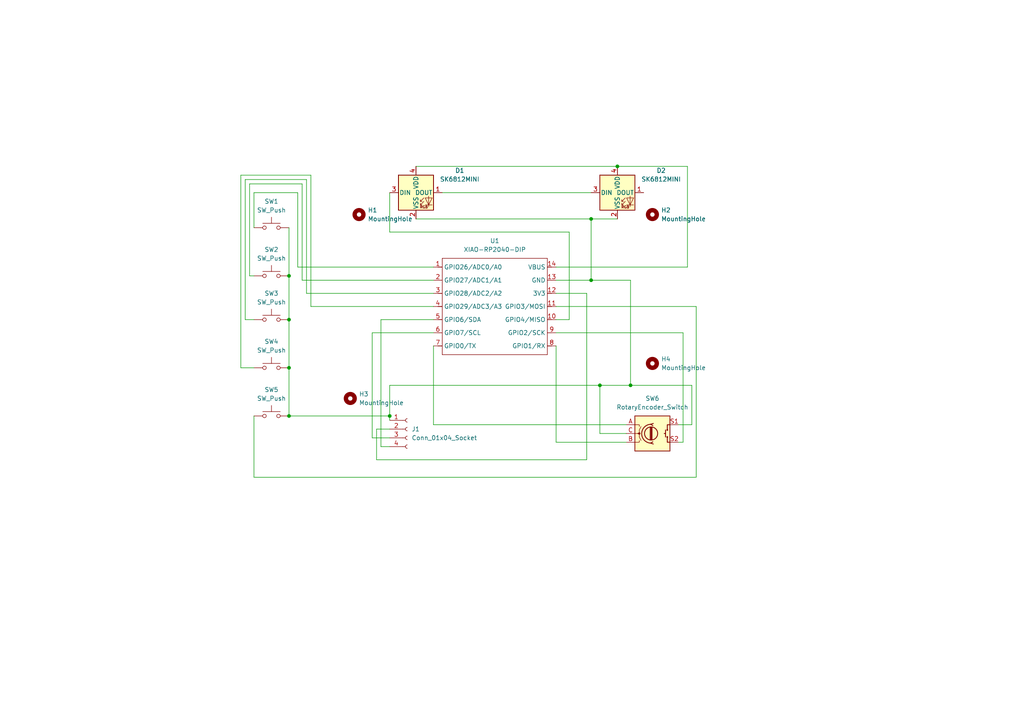
<source format=kicad_sch>
(kicad_sch
	(version 20250114)
	(generator "eeschema")
	(generator_version "9.0")
	(uuid "ce819268-fd43-4e6d-ac11-cff8ed347cee")
	(paper "A4")
	(lib_symbols
		(symbol "Connector:Conn_01x04_Socket"
			(pin_names
				(offset 1.016)
				(hide yes)
			)
			(exclude_from_sim no)
			(in_bom yes)
			(on_board yes)
			(property "Reference" "J"
				(at 0 5.08 0)
				(effects
					(font
						(size 1.27 1.27)
					)
				)
			)
			(property "Value" "Conn_01x04_Socket"
				(at 0 -7.62 0)
				(effects
					(font
						(size 1.27 1.27)
					)
				)
			)
			(property "Footprint" ""
				(at 0 0 0)
				(effects
					(font
						(size 1.27 1.27)
					)
					(hide yes)
				)
			)
			(property "Datasheet" "~"
				(at 0 0 0)
				(effects
					(font
						(size 1.27 1.27)
					)
					(hide yes)
				)
			)
			(property "Description" "Generic connector, single row, 01x04, script generated"
				(at 0 0 0)
				(effects
					(font
						(size 1.27 1.27)
					)
					(hide yes)
				)
			)
			(property "ki_locked" ""
				(at 0 0 0)
				(effects
					(font
						(size 1.27 1.27)
					)
				)
			)
			(property "ki_keywords" "connector"
				(at 0 0 0)
				(effects
					(font
						(size 1.27 1.27)
					)
					(hide yes)
				)
			)
			(property "ki_fp_filters" "Connector*:*_1x??_*"
				(at 0 0 0)
				(effects
					(font
						(size 1.27 1.27)
					)
					(hide yes)
				)
			)
			(symbol "Conn_01x04_Socket_1_1"
				(polyline
					(pts
						(xy -1.27 2.54) (xy -0.508 2.54)
					)
					(stroke
						(width 0.1524)
						(type default)
					)
					(fill
						(type none)
					)
				)
				(polyline
					(pts
						(xy -1.27 0) (xy -0.508 0)
					)
					(stroke
						(width 0.1524)
						(type default)
					)
					(fill
						(type none)
					)
				)
				(polyline
					(pts
						(xy -1.27 -2.54) (xy -0.508 -2.54)
					)
					(stroke
						(width 0.1524)
						(type default)
					)
					(fill
						(type none)
					)
				)
				(polyline
					(pts
						(xy -1.27 -5.08) (xy -0.508 -5.08)
					)
					(stroke
						(width 0.1524)
						(type default)
					)
					(fill
						(type none)
					)
				)
				(arc
					(start 0 2.032)
					(mid -0.5058 2.54)
					(end 0 3.048)
					(stroke
						(width 0.1524)
						(type default)
					)
					(fill
						(type none)
					)
				)
				(arc
					(start 0 -0.508)
					(mid -0.5058 0)
					(end 0 0.508)
					(stroke
						(width 0.1524)
						(type default)
					)
					(fill
						(type none)
					)
				)
				(arc
					(start 0 -3.048)
					(mid -0.5058 -2.54)
					(end 0 -2.032)
					(stroke
						(width 0.1524)
						(type default)
					)
					(fill
						(type none)
					)
				)
				(arc
					(start 0 -5.588)
					(mid -0.5058 -5.08)
					(end 0 -4.572)
					(stroke
						(width 0.1524)
						(type default)
					)
					(fill
						(type none)
					)
				)
				(pin passive line
					(at -5.08 2.54 0)
					(length 3.81)
					(name "Pin_1"
						(effects
							(font
								(size 1.27 1.27)
							)
						)
					)
					(number "1"
						(effects
							(font
								(size 1.27 1.27)
							)
						)
					)
				)
				(pin passive line
					(at -5.08 0 0)
					(length 3.81)
					(name "Pin_2"
						(effects
							(font
								(size 1.27 1.27)
							)
						)
					)
					(number "2"
						(effects
							(font
								(size 1.27 1.27)
							)
						)
					)
				)
				(pin passive line
					(at -5.08 -2.54 0)
					(length 3.81)
					(name "Pin_3"
						(effects
							(font
								(size 1.27 1.27)
							)
						)
					)
					(number "3"
						(effects
							(font
								(size 1.27 1.27)
							)
						)
					)
				)
				(pin passive line
					(at -5.08 -5.08 0)
					(length 3.81)
					(name "Pin_4"
						(effects
							(font
								(size 1.27 1.27)
							)
						)
					)
					(number "4"
						(effects
							(font
								(size 1.27 1.27)
							)
						)
					)
				)
			)
			(embedded_fonts no)
		)
		(symbol "Device:RotaryEncoder_Switch"
			(pin_names
				(offset 0.254)
				(hide yes)
			)
			(exclude_from_sim no)
			(in_bom yes)
			(on_board yes)
			(property "Reference" "SW"
				(at 0 6.604 0)
				(effects
					(font
						(size 1.27 1.27)
					)
				)
			)
			(property "Value" "RotaryEncoder_Switch"
				(at 0 -6.604 0)
				(effects
					(font
						(size 1.27 1.27)
					)
				)
			)
			(property "Footprint" ""
				(at -3.81 4.064 0)
				(effects
					(font
						(size 1.27 1.27)
					)
					(hide yes)
				)
			)
			(property "Datasheet" "~"
				(at 0 6.604 0)
				(effects
					(font
						(size 1.27 1.27)
					)
					(hide yes)
				)
			)
			(property "Description" "Rotary encoder, dual channel, incremental quadrate outputs, with switch"
				(at 0 0 0)
				(effects
					(font
						(size 1.27 1.27)
					)
					(hide yes)
				)
			)
			(property "ki_keywords" "rotary switch encoder switch push button"
				(at 0 0 0)
				(effects
					(font
						(size 1.27 1.27)
					)
					(hide yes)
				)
			)
			(property "ki_fp_filters" "RotaryEncoder*Switch*"
				(at 0 0 0)
				(effects
					(font
						(size 1.27 1.27)
					)
					(hide yes)
				)
			)
			(symbol "RotaryEncoder_Switch_0_1"
				(rectangle
					(start -5.08 5.08)
					(end 5.08 -5.08)
					(stroke
						(width 0.254)
						(type default)
					)
					(fill
						(type background)
					)
				)
				(polyline
					(pts
						(xy -5.08 2.54) (xy -3.81 2.54) (xy -3.81 2.032)
					)
					(stroke
						(width 0)
						(type default)
					)
					(fill
						(type none)
					)
				)
				(polyline
					(pts
						(xy -5.08 0) (xy -3.81 0) (xy -3.81 -1.016) (xy -3.302 -2.032)
					)
					(stroke
						(width 0)
						(type default)
					)
					(fill
						(type none)
					)
				)
				(polyline
					(pts
						(xy -5.08 -2.54) (xy -3.81 -2.54) (xy -3.81 -2.032)
					)
					(stroke
						(width 0)
						(type default)
					)
					(fill
						(type none)
					)
				)
				(polyline
					(pts
						(xy -4.318 0) (xy -3.81 0) (xy -3.81 1.016) (xy -3.302 2.032)
					)
					(stroke
						(width 0)
						(type default)
					)
					(fill
						(type none)
					)
				)
				(circle
					(center -3.81 0)
					(radius 0.254)
					(stroke
						(width 0)
						(type default)
					)
					(fill
						(type outline)
					)
				)
				(polyline
					(pts
						(xy -0.635 -1.778) (xy -0.635 1.778)
					)
					(stroke
						(width 0.254)
						(type default)
					)
					(fill
						(type none)
					)
				)
				(circle
					(center -0.381 0)
					(radius 1.905)
					(stroke
						(width 0.254)
						(type default)
					)
					(fill
						(type none)
					)
				)
				(polyline
					(pts
						(xy -0.381 -1.778) (xy -0.381 1.778)
					)
					(stroke
						(width 0.254)
						(type default)
					)
					(fill
						(type none)
					)
				)
				(arc
					(start -0.381 -2.794)
					(mid -3.0988 -0.0635)
					(end -0.381 2.667)
					(stroke
						(width 0.254)
						(type default)
					)
					(fill
						(type none)
					)
				)
				(polyline
					(pts
						(xy -0.127 1.778) (xy -0.127 -1.778)
					)
					(stroke
						(width 0.254)
						(type default)
					)
					(fill
						(type none)
					)
				)
				(polyline
					(pts
						(xy 0.254 2.921) (xy -0.508 2.667) (xy 0.127 2.286)
					)
					(stroke
						(width 0.254)
						(type default)
					)
					(fill
						(type none)
					)
				)
				(polyline
					(pts
						(xy 0.254 -3.048) (xy -0.508 -2.794) (xy 0.127 -2.413)
					)
					(stroke
						(width 0.254)
						(type default)
					)
					(fill
						(type none)
					)
				)
				(polyline
					(pts
						(xy 3.81 1.016) (xy 3.81 -1.016)
					)
					(stroke
						(width 0.254)
						(type default)
					)
					(fill
						(type none)
					)
				)
				(polyline
					(pts
						(xy 3.81 0) (xy 3.429 0)
					)
					(stroke
						(width 0.254)
						(type default)
					)
					(fill
						(type none)
					)
				)
				(circle
					(center 4.318 1.016)
					(radius 0.127)
					(stroke
						(width 0.254)
						(type default)
					)
					(fill
						(type none)
					)
				)
				(circle
					(center 4.318 -1.016)
					(radius 0.127)
					(stroke
						(width 0.254)
						(type default)
					)
					(fill
						(type none)
					)
				)
				(polyline
					(pts
						(xy 5.08 2.54) (xy 4.318 2.54) (xy 4.318 1.016)
					)
					(stroke
						(width 0.254)
						(type default)
					)
					(fill
						(type none)
					)
				)
				(polyline
					(pts
						(xy 5.08 -2.54) (xy 4.318 -2.54) (xy 4.318 -1.016)
					)
					(stroke
						(width 0.254)
						(type default)
					)
					(fill
						(type none)
					)
				)
			)
			(symbol "RotaryEncoder_Switch_1_1"
				(pin passive line
					(at -7.62 2.54 0)
					(length 2.54)
					(name "A"
						(effects
							(font
								(size 1.27 1.27)
							)
						)
					)
					(number "A"
						(effects
							(font
								(size 1.27 1.27)
							)
						)
					)
				)
				(pin passive line
					(at -7.62 0 0)
					(length 2.54)
					(name "C"
						(effects
							(font
								(size 1.27 1.27)
							)
						)
					)
					(number "C"
						(effects
							(font
								(size 1.27 1.27)
							)
						)
					)
				)
				(pin passive line
					(at -7.62 -2.54 0)
					(length 2.54)
					(name "B"
						(effects
							(font
								(size 1.27 1.27)
							)
						)
					)
					(number "B"
						(effects
							(font
								(size 1.27 1.27)
							)
						)
					)
				)
				(pin passive line
					(at 7.62 2.54 180)
					(length 2.54)
					(name "S1"
						(effects
							(font
								(size 1.27 1.27)
							)
						)
					)
					(number "S1"
						(effects
							(font
								(size 1.27 1.27)
							)
						)
					)
				)
				(pin passive line
					(at 7.62 -2.54 180)
					(length 2.54)
					(name "S2"
						(effects
							(font
								(size 1.27 1.27)
							)
						)
					)
					(number "S2"
						(effects
							(font
								(size 1.27 1.27)
							)
						)
					)
				)
			)
			(embedded_fonts no)
		)
		(symbol "LED:SK6812MINI"
			(pin_names
				(offset 0.254)
			)
			(exclude_from_sim no)
			(in_bom yes)
			(on_board yes)
			(property "Reference" "D"
				(at 5.08 5.715 0)
				(effects
					(font
						(size 1.27 1.27)
					)
					(justify right bottom)
				)
			)
			(property "Value" "SK6812MINI"
				(at 1.27 -5.715 0)
				(effects
					(font
						(size 1.27 1.27)
					)
					(justify left top)
				)
			)
			(property "Footprint" "LED_SMD:LED_SK6812MINI_PLCC4_3.5x3.5mm_P1.75mm"
				(at 1.27 -7.62 0)
				(effects
					(font
						(size 1.27 1.27)
					)
					(justify left top)
					(hide yes)
				)
			)
			(property "Datasheet" "https://cdn-shop.adafruit.com/product-files/2686/SK6812MINI_REV.01-1-2.pdf"
				(at 2.54 -9.525 0)
				(effects
					(font
						(size 1.27 1.27)
					)
					(justify left top)
					(hide yes)
				)
			)
			(property "Description" "RGB LED with integrated controller"
				(at 0 0 0)
				(effects
					(font
						(size 1.27 1.27)
					)
					(hide yes)
				)
			)
			(property "ki_keywords" "RGB LED NeoPixel Mini addressable"
				(at 0 0 0)
				(effects
					(font
						(size 1.27 1.27)
					)
					(hide yes)
				)
			)
			(property "ki_fp_filters" "LED*SK6812MINI*PLCC*3.5x3.5mm*P1.75mm*"
				(at 0 0 0)
				(effects
					(font
						(size 1.27 1.27)
					)
					(hide yes)
				)
			)
			(symbol "SK6812MINI_0_0"
				(text "RGB"
					(at 2.286 -4.191 0)
					(effects
						(font
							(size 0.762 0.762)
						)
					)
				)
			)
			(symbol "SK6812MINI_0_1"
				(polyline
					(pts
						(xy 1.27 -2.54) (xy 1.778 -2.54)
					)
					(stroke
						(width 0)
						(type default)
					)
					(fill
						(type none)
					)
				)
				(polyline
					(pts
						(xy 1.27 -3.556) (xy 1.778 -3.556)
					)
					(stroke
						(width 0)
						(type default)
					)
					(fill
						(type none)
					)
				)
				(polyline
					(pts
						(xy 2.286 -1.524) (xy 1.27 -2.54) (xy 1.27 -2.032)
					)
					(stroke
						(width 0)
						(type default)
					)
					(fill
						(type none)
					)
				)
				(polyline
					(pts
						(xy 2.286 -2.54) (xy 1.27 -3.556) (xy 1.27 -3.048)
					)
					(stroke
						(width 0)
						(type default)
					)
					(fill
						(type none)
					)
				)
				(polyline
					(pts
						(xy 3.683 -1.016) (xy 3.683 -3.556) (xy 3.683 -4.064)
					)
					(stroke
						(width 0)
						(type default)
					)
					(fill
						(type none)
					)
				)
				(polyline
					(pts
						(xy 4.699 -1.524) (xy 2.667 -1.524) (xy 3.683 -3.556) (xy 4.699 -1.524)
					)
					(stroke
						(width 0)
						(type default)
					)
					(fill
						(type none)
					)
				)
				(polyline
					(pts
						(xy 4.699 -3.556) (xy 2.667 -3.556)
					)
					(stroke
						(width 0)
						(type default)
					)
					(fill
						(type none)
					)
				)
				(rectangle
					(start 5.08 5.08)
					(end -5.08 -5.08)
					(stroke
						(width 0.254)
						(type default)
					)
					(fill
						(type background)
					)
				)
			)
			(symbol "SK6812MINI_1_1"
				(pin input line
					(at -7.62 0 0)
					(length 2.54)
					(name "DIN"
						(effects
							(font
								(size 1.27 1.27)
							)
						)
					)
					(number "3"
						(effects
							(font
								(size 1.27 1.27)
							)
						)
					)
				)
				(pin power_in line
					(at 0 7.62 270)
					(length 2.54)
					(name "VDD"
						(effects
							(font
								(size 1.27 1.27)
							)
						)
					)
					(number "4"
						(effects
							(font
								(size 1.27 1.27)
							)
						)
					)
				)
				(pin power_in line
					(at 0 -7.62 90)
					(length 2.54)
					(name "VSS"
						(effects
							(font
								(size 1.27 1.27)
							)
						)
					)
					(number "2"
						(effects
							(font
								(size 1.27 1.27)
							)
						)
					)
				)
				(pin output line
					(at 7.62 0 180)
					(length 2.54)
					(name "DOUT"
						(effects
							(font
								(size 1.27 1.27)
							)
						)
					)
					(number "1"
						(effects
							(font
								(size 1.27 1.27)
							)
						)
					)
				)
			)
			(embedded_fonts no)
		)
		(symbol "Mechanical:MountingHole"
			(pin_names
				(offset 1.016)
			)
			(exclude_from_sim no)
			(in_bom no)
			(on_board yes)
			(property "Reference" "H"
				(at 0 5.08 0)
				(effects
					(font
						(size 1.27 1.27)
					)
				)
			)
			(property "Value" "MountingHole"
				(at 0 3.175 0)
				(effects
					(font
						(size 1.27 1.27)
					)
				)
			)
			(property "Footprint" ""
				(at 0 0 0)
				(effects
					(font
						(size 1.27 1.27)
					)
					(hide yes)
				)
			)
			(property "Datasheet" "~"
				(at 0 0 0)
				(effects
					(font
						(size 1.27 1.27)
					)
					(hide yes)
				)
			)
			(property "Description" "Mounting Hole without connection"
				(at 0 0 0)
				(effects
					(font
						(size 1.27 1.27)
					)
					(hide yes)
				)
			)
			(property "ki_keywords" "mounting hole"
				(at 0 0 0)
				(effects
					(font
						(size 1.27 1.27)
					)
					(hide yes)
				)
			)
			(property "ki_fp_filters" "MountingHole*"
				(at 0 0 0)
				(effects
					(font
						(size 1.27 1.27)
					)
					(hide yes)
				)
			)
			(symbol "MountingHole_0_1"
				(circle
					(center 0 0)
					(radius 1.27)
					(stroke
						(width 1.27)
						(type default)
					)
					(fill
						(type none)
					)
				)
			)
			(embedded_fonts no)
		)
		(symbol "Seeed_Studio_XIAO_Series:XIAO-RP2040-DIP"
			(exclude_from_sim no)
			(in_bom yes)
			(on_board yes)
			(property "Reference" "U"
				(at 0 0 0)
				(effects
					(font
						(size 1.27 1.27)
					)
				)
			)
			(property "Value" "XIAO-RP2040-DIP"
				(at 5.334 -1.778 0)
				(effects
					(font
						(size 1.27 1.27)
					)
				)
			)
			(property "Footprint" "Module:MOUDLE14P-XIAO-DIP-SMD"
				(at 14.478 -32.258 0)
				(effects
					(font
						(size 1.27 1.27)
					)
					(hide yes)
				)
			)
			(property "Datasheet" ""
				(at 0 0 0)
				(effects
					(font
						(size 1.27 1.27)
					)
					(hide yes)
				)
			)
			(property "Description" ""
				(at 0 0 0)
				(effects
					(font
						(size 1.27 1.27)
					)
					(hide yes)
				)
			)
			(symbol "XIAO-RP2040-DIP_1_0"
				(polyline
					(pts
						(xy -1.27 -2.54) (xy 29.21 -2.54)
					)
					(stroke
						(width 0.1524)
						(type solid)
					)
					(fill
						(type none)
					)
				)
				(polyline
					(pts
						(xy -1.27 -5.08) (xy -2.54 -5.08)
					)
					(stroke
						(width 0.1524)
						(type solid)
					)
					(fill
						(type none)
					)
				)
				(polyline
					(pts
						(xy -1.27 -5.08) (xy -1.27 -2.54)
					)
					(stroke
						(width 0.1524)
						(type solid)
					)
					(fill
						(type none)
					)
				)
				(polyline
					(pts
						(xy -1.27 -8.89) (xy -2.54 -8.89)
					)
					(stroke
						(width 0.1524)
						(type solid)
					)
					(fill
						(type none)
					)
				)
				(polyline
					(pts
						(xy -1.27 -8.89) (xy -1.27 -5.08)
					)
					(stroke
						(width 0.1524)
						(type solid)
					)
					(fill
						(type none)
					)
				)
				(polyline
					(pts
						(xy -1.27 -12.7) (xy -2.54 -12.7)
					)
					(stroke
						(width 0.1524)
						(type solid)
					)
					(fill
						(type none)
					)
				)
				(polyline
					(pts
						(xy -1.27 -12.7) (xy -1.27 -8.89)
					)
					(stroke
						(width 0.1524)
						(type solid)
					)
					(fill
						(type none)
					)
				)
				(polyline
					(pts
						(xy -1.27 -16.51) (xy -2.54 -16.51)
					)
					(stroke
						(width 0.1524)
						(type solid)
					)
					(fill
						(type none)
					)
				)
				(polyline
					(pts
						(xy -1.27 -16.51) (xy -1.27 -12.7)
					)
					(stroke
						(width 0.1524)
						(type solid)
					)
					(fill
						(type none)
					)
				)
				(polyline
					(pts
						(xy -1.27 -20.32) (xy -2.54 -20.32)
					)
					(stroke
						(width 0.1524)
						(type solid)
					)
					(fill
						(type none)
					)
				)
				(polyline
					(pts
						(xy -1.27 -24.13) (xy -2.54 -24.13)
					)
					(stroke
						(width 0.1524)
						(type solid)
					)
					(fill
						(type none)
					)
				)
				(polyline
					(pts
						(xy -1.27 -27.94) (xy -2.54 -27.94)
					)
					(stroke
						(width 0.1524)
						(type solid)
					)
					(fill
						(type none)
					)
				)
				(polyline
					(pts
						(xy -1.27 -30.48) (xy -1.27 -16.51)
					)
					(stroke
						(width 0.1524)
						(type solid)
					)
					(fill
						(type none)
					)
				)
				(polyline
					(pts
						(xy 29.21 -2.54) (xy 29.21 -5.08)
					)
					(stroke
						(width 0.1524)
						(type solid)
					)
					(fill
						(type none)
					)
				)
				(polyline
					(pts
						(xy 29.21 -5.08) (xy 29.21 -8.89)
					)
					(stroke
						(width 0.1524)
						(type solid)
					)
					(fill
						(type none)
					)
				)
				(polyline
					(pts
						(xy 29.21 -8.89) (xy 29.21 -12.7)
					)
					(stroke
						(width 0.1524)
						(type solid)
					)
					(fill
						(type none)
					)
				)
				(polyline
					(pts
						(xy 29.21 -12.7) (xy 29.21 -30.48)
					)
					(stroke
						(width 0.1524)
						(type solid)
					)
					(fill
						(type none)
					)
				)
				(polyline
					(pts
						(xy 29.21 -30.48) (xy -1.27 -30.48)
					)
					(stroke
						(width 0.1524)
						(type solid)
					)
					(fill
						(type none)
					)
				)
				(polyline
					(pts
						(xy 30.48 -5.08) (xy 29.21 -5.08)
					)
					(stroke
						(width 0.1524)
						(type solid)
					)
					(fill
						(type none)
					)
				)
				(polyline
					(pts
						(xy 30.48 -8.89) (xy 29.21 -8.89)
					)
					(stroke
						(width 0.1524)
						(type solid)
					)
					(fill
						(type none)
					)
				)
				(polyline
					(pts
						(xy 30.48 -12.7) (xy 29.21 -12.7)
					)
					(stroke
						(width 0.1524)
						(type solid)
					)
					(fill
						(type none)
					)
				)
				(polyline
					(pts
						(xy 30.48 -16.51) (xy 29.21 -16.51)
					)
					(stroke
						(width 0.1524)
						(type solid)
					)
					(fill
						(type none)
					)
				)
				(polyline
					(pts
						(xy 30.48 -20.32) (xy 29.21 -20.32)
					)
					(stroke
						(width 0.1524)
						(type solid)
					)
					(fill
						(type none)
					)
				)
				(polyline
					(pts
						(xy 30.48 -24.13) (xy 29.21 -24.13)
					)
					(stroke
						(width 0.1524)
						(type solid)
					)
					(fill
						(type none)
					)
				)
				(polyline
					(pts
						(xy 30.48 -27.94) (xy 29.21 -27.94)
					)
					(stroke
						(width 0.1524)
						(type solid)
					)
					(fill
						(type none)
					)
				)
				(pin passive line
					(at -3.81 -5.08 0)
					(length 2.54)
					(name "GPIO26/ADC0/A0"
						(effects
							(font
								(size 1.27 1.27)
							)
						)
					)
					(number "1"
						(effects
							(font
								(size 1.27 1.27)
							)
						)
					)
				)
				(pin passive line
					(at -3.81 -8.89 0)
					(length 2.54)
					(name "GPIO27/ADC1/A1"
						(effects
							(font
								(size 1.27 1.27)
							)
						)
					)
					(number "2"
						(effects
							(font
								(size 1.27 1.27)
							)
						)
					)
				)
				(pin passive line
					(at -3.81 -12.7 0)
					(length 2.54)
					(name "GPIO28/ADC2/A2"
						(effects
							(font
								(size 1.27 1.27)
							)
						)
					)
					(number "3"
						(effects
							(font
								(size 1.27 1.27)
							)
						)
					)
				)
				(pin passive line
					(at -3.81 -16.51 0)
					(length 2.54)
					(name "GPIO29/ADC3/A3"
						(effects
							(font
								(size 1.27 1.27)
							)
						)
					)
					(number "4"
						(effects
							(font
								(size 1.27 1.27)
							)
						)
					)
				)
				(pin passive line
					(at -3.81 -20.32 0)
					(length 2.54)
					(name "GPIO6/SDA"
						(effects
							(font
								(size 1.27 1.27)
							)
						)
					)
					(number "5"
						(effects
							(font
								(size 1.27 1.27)
							)
						)
					)
				)
				(pin passive line
					(at -3.81 -24.13 0)
					(length 2.54)
					(name "GPIO7/SCL"
						(effects
							(font
								(size 1.27 1.27)
							)
						)
					)
					(number "6"
						(effects
							(font
								(size 1.27 1.27)
							)
						)
					)
				)
				(pin passive line
					(at -3.81 -27.94 0)
					(length 2.54)
					(name "GPIO0/TX"
						(effects
							(font
								(size 1.27 1.27)
							)
						)
					)
					(number "7"
						(effects
							(font
								(size 1.27 1.27)
							)
						)
					)
				)
				(pin passive line
					(at 31.75 -5.08 180)
					(length 2.54)
					(name "VBUS"
						(effects
							(font
								(size 1.27 1.27)
							)
						)
					)
					(number "14"
						(effects
							(font
								(size 1.27 1.27)
							)
						)
					)
				)
				(pin passive line
					(at 31.75 -8.89 180)
					(length 2.54)
					(name "GND"
						(effects
							(font
								(size 1.27 1.27)
							)
						)
					)
					(number "13"
						(effects
							(font
								(size 1.27 1.27)
							)
						)
					)
				)
				(pin passive line
					(at 31.75 -12.7 180)
					(length 2.54)
					(name "3V3"
						(effects
							(font
								(size 1.27 1.27)
							)
						)
					)
					(number "12"
						(effects
							(font
								(size 1.27 1.27)
							)
						)
					)
				)
				(pin passive line
					(at 31.75 -16.51 180)
					(length 2.54)
					(name "GPIO3/MOSI"
						(effects
							(font
								(size 1.27 1.27)
							)
						)
					)
					(number "11"
						(effects
							(font
								(size 1.27 1.27)
							)
						)
					)
				)
				(pin passive line
					(at 31.75 -20.32 180)
					(length 2.54)
					(name "GPIO4/MISO"
						(effects
							(font
								(size 1.27 1.27)
							)
						)
					)
					(number "10"
						(effects
							(font
								(size 1.27 1.27)
							)
						)
					)
				)
				(pin passive line
					(at 31.75 -24.13 180)
					(length 2.54)
					(name "GPIO2/SCK"
						(effects
							(font
								(size 1.27 1.27)
							)
						)
					)
					(number "9"
						(effects
							(font
								(size 1.27 1.27)
							)
						)
					)
				)
				(pin passive line
					(at 31.75 -27.94 180)
					(length 2.54)
					(name "GPIO1/RX"
						(effects
							(font
								(size 1.27 1.27)
							)
						)
					)
					(number "8"
						(effects
							(font
								(size 1.27 1.27)
							)
						)
					)
				)
			)
			(embedded_fonts no)
		)
		(symbol "Switch:SW_Push"
			(pin_numbers
				(hide yes)
			)
			(pin_names
				(offset 1.016)
				(hide yes)
			)
			(exclude_from_sim no)
			(in_bom yes)
			(on_board yes)
			(property "Reference" "SW"
				(at 1.27 2.54 0)
				(effects
					(font
						(size 1.27 1.27)
					)
					(justify left)
				)
			)
			(property "Value" "SW_Push"
				(at 0 -1.524 0)
				(effects
					(font
						(size 1.27 1.27)
					)
				)
			)
			(property "Footprint" ""
				(at 0 5.08 0)
				(effects
					(font
						(size 1.27 1.27)
					)
					(hide yes)
				)
			)
			(property "Datasheet" "~"
				(at 0 5.08 0)
				(effects
					(font
						(size 1.27 1.27)
					)
					(hide yes)
				)
			)
			(property "Description" "Push button switch, generic, two pins"
				(at 0 0 0)
				(effects
					(font
						(size 1.27 1.27)
					)
					(hide yes)
				)
			)
			(property "ki_keywords" "switch normally-open pushbutton push-button"
				(at 0 0 0)
				(effects
					(font
						(size 1.27 1.27)
					)
					(hide yes)
				)
			)
			(symbol "SW_Push_0_1"
				(circle
					(center -2.032 0)
					(radius 0.508)
					(stroke
						(width 0)
						(type default)
					)
					(fill
						(type none)
					)
				)
				(polyline
					(pts
						(xy 0 1.27) (xy 0 3.048)
					)
					(stroke
						(width 0)
						(type default)
					)
					(fill
						(type none)
					)
				)
				(circle
					(center 2.032 0)
					(radius 0.508)
					(stroke
						(width 0)
						(type default)
					)
					(fill
						(type none)
					)
				)
				(polyline
					(pts
						(xy 2.54 1.27) (xy -2.54 1.27)
					)
					(stroke
						(width 0)
						(type default)
					)
					(fill
						(type none)
					)
				)
				(pin passive line
					(at -5.08 0 0)
					(length 2.54)
					(name "1"
						(effects
							(font
								(size 1.27 1.27)
							)
						)
					)
					(number "1"
						(effects
							(font
								(size 1.27 1.27)
							)
						)
					)
				)
				(pin passive line
					(at 5.08 0 180)
					(length 2.54)
					(name "2"
						(effects
							(font
								(size 1.27 1.27)
							)
						)
					)
					(number "2"
						(effects
							(font
								(size 1.27 1.27)
							)
						)
					)
				)
			)
			(embedded_fonts no)
		)
	)
	(junction
		(at 83.82 92.71)
		(diameter 0)
		(color 0 0 0 0)
		(uuid "53cb42d0-a444-4e76-b9e5-7f9c575f2e36")
	)
	(junction
		(at 113.03 120.65)
		(diameter 0)
		(color 0 0 0 0)
		(uuid "62a197ac-9b42-4bdd-88b3-3fb2166366a5")
	)
	(junction
		(at 171.45 81.28)
		(diameter 0)
		(color 0 0 0 0)
		(uuid "79392404-7789-4cdc-9961-13bfa947f8fb")
	)
	(junction
		(at 179.07 48.26)
		(diameter 0)
		(color 0 0 0 0)
		(uuid "8e483342-62b0-45b3-990c-66a9f2562990")
	)
	(junction
		(at 182.88 111.76)
		(diameter 0)
		(color 0 0 0 0)
		(uuid "8ed607c9-6cc8-4a2d-b54c-9f5855b4994a")
	)
	(junction
		(at 83.82 120.65)
		(diameter 0)
		(color 0 0 0 0)
		(uuid "9dcf195c-89ae-484a-9454-f44c2279976f")
	)
	(junction
		(at 173.99 111.76)
		(diameter 0)
		(color 0 0 0 0)
		(uuid "aa39e06c-7216-4ce5-998c-b82a5a6f9f21")
	)
	(junction
		(at 171.45 63.5)
		(diameter 0)
		(color 0 0 0 0)
		(uuid "acd03af7-d406-4cdc-8abd-99136e06f569")
	)
	(junction
		(at 83.82 106.68)
		(diameter 0)
		(color 0 0 0 0)
		(uuid "c5959122-d9d9-4581-8c70-2e56734d0c5b")
	)
	(junction
		(at 83.82 80.01)
		(diameter 0)
		(color 0 0 0 0)
		(uuid "f056f074-455a-49f9-b994-b6becbdb66a3")
	)
	(wire
		(pts
			(xy 173.99 111.76) (xy 113.03 111.76)
		)
		(stroke
			(width 0)
			(type default)
		)
		(uuid "011e02ba-6fa9-4540-9855-3a5d1d0cbf74")
	)
	(wire
		(pts
			(xy 200.66 123.19) (xy 200.66 111.76)
		)
		(stroke
			(width 0)
			(type default)
		)
		(uuid "01bdb2f0-50a0-441b-8df4-d78fdc1d6906")
	)
	(wire
		(pts
			(xy 71.12 92.71) (xy 71.12 52.07)
		)
		(stroke
			(width 0)
			(type default)
		)
		(uuid "02c66486-1077-4134-9f31-5e174e782ed9")
	)
	(wire
		(pts
			(xy 72.39 80.01) (xy 72.39 53.34)
		)
		(stroke
			(width 0)
			(type default)
		)
		(uuid "0641e0b2-24d2-42cd-8e74-ca3a78787e79")
	)
	(wire
		(pts
			(xy 113.03 111.76) (xy 113.03 120.65)
		)
		(stroke
			(width 0)
			(type default)
		)
		(uuid "06ad475a-0c9f-4960-a039-5768bf5f2336")
	)
	(wire
		(pts
			(xy 113.03 127) (xy 107.95 127)
		)
		(stroke
			(width 0)
			(type default)
		)
		(uuid "06bfb91b-2e00-4668-92d3-2152d563b6b3")
	)
	(wire
		(pts
			(xy 181.61 128.27) (xy 161.29 128.27)
		)
		(stroke
			(width 0)
			(type default)
		)
		(uuid "0bbf5431-8930-47f7-87c8-9a8078fd69dc")
	)
	(wire
		(pts
			(xy 109.22 133.35) (xy 109.22 124.46)
		)
		(stroke
			(width 0)
			(type default)
		)
		(uuid "0c71a9cd-5816-4ec4-b023-74f1e385014a")
	)
	(wire
		(pts
			(xy 161.29 81.28) (xy 171.45 81.28)
		)
		(stroke
			(width 0)
			(type default)
		)
		(uuid "0efe06b9-6b2c-4ca4-b135-5bd1bd667d7a")
	)
	(wire
		(pts
			(xy 125.73 92.71) (xy 110.49 92.71)
		)
		(stroke
			(width 0)
			(type default)
		)
		(uuid "135e6c12-c791-4045-9a2d-f88c6d0a78aa")
	)
	(wire
		(pts
			(xy 200.66 111.76) (xy 182.88 111.76)
		)
		(stroke
			(width 0)
			(type default)
		)
		(uuid "19334ac3-1de5-480b-8878-ec168d199006")
	)
	(wire
		(pts
			(xy 107.95 96.52) (xy 125.73 96.52)
		)
		(stroke
			(width 0)
			(type default)
		)
		(uuid "1d0b3396-d8ca-4bc9-9045-2e7201a575ae")
	)
	(wire
		(pts
			(xy 198.12 128.27) (xy 196.85 128.27)
		)
		(stroke
			(width 0)
			(type default)
		)
		(uuid "201f496d-058e-4e54-85e3-4c3f676b599e")
	)
	(wire
		(pts
			(xy 170.18 133.35) (xy 109.22 133.35)
		)
		(stroke
			(width 0)
			(type default)
		)
		(uuid "26c6f93a-6173-463b-b779-a125b4f340b0")
	)
	(wire
		(pts
			(xy 83.82 120.65) (xy 113.03 120.65)
		)
		(stroke
			(width 0)
			(type default)
		)
		(uuid "3be2775c-d159-46e6-9a30-af61e050c9a2")
	)
	(wire
		(pts
			(xy 128.27 55.88) (xy 171.45 55.88)
		)
		(stroke
			(width 0)
			(type default)
		)
		(uuid "3be7fd95-720d-488a-991c-6c1afb01c28c")
	)
	(wire
		(pts
			(xy 73.66 92.71) (xy 71.12 92.71)
		)
		(stroke
			(width 0)
			(type default)
		)
		(uuid "40946f76-d716-414d-82e8-28a93375d67f")
	)
	(wire
		(pts
			(xy 173.99 125.73) (xy 181.61 125.73)
		)
		(stroke
			(width 0)
			(type default)
		)
		(uuid "49195d3a-2829-4ca5-b416-0c0787de0bcd")
	)
	(wire
		(pts
			(xy 201.93 138.43) (xy 201.93 88.9)
		)
		(stroke
			(width 0)
			(type default)
		)
		(uuid "4c354d5c-fe26-4baa-98a8-84a83ecd38fb")
	)
	(wire
		(pts
			(xy 196.85 123.19) (xy 200.66 123.19)
		)
		(stroke
			(width 0)
			(type default)
		)
		(uuid "4cf56e31-232b-489e-9376-278f3b68913f")
	)
	(wire
		(pts
			(xy 113.03 55.88) (xy 113.03 67.31)
		)
		(stroke
			(width 0)
			(type default)
		)
		(uuid "537afa06-74df-4e23-94d8-449f0841d0ae")
	)
	(wire
		(pts
			(xy 73.66 66.04) (xy 73.66 55.88)
		)
		(stroke
			(width 0)
			(type default)
		)
		(uuid "55ed6ae3-0152-49c4-92a6-f2211fe4f092")
	)
	(wire
		(pts
			(xy 72.39 53.34) (xy 87.63 53.34)
		)
		(stroke
			(width 0)
			(type default)
		)
		(uuid "58be1c38-a02c-400b-8f8d-22433b2993a3")
	)
	(wire
		(pts
			(xy 173.99 111.76) (xy 173.99 125.73)
		)
		(stroke
			(width 0)
			(type default)
		)
		(uuid "5bea21bc-e3eb-4634-ac9a-56c3d1e2edf1")
	)
	(wire
		(pts
			(xy 87.63 53.34) (xy 87.63 81.28)
		)
		(stroke
			(width 0)
			(type default)
		)
		(uuid "5db79ff4-4779-45af-b4fb-7105853fbdff")
	)
	(wire
		(pts
			(xy 182.88 111.76) (xy 173.99 111.76)
		)
		(stroke
			(width 0)
			(type default)
		)
		(uuid "5e654999-2fc0-412e-b980-1ec87212b3d5")
	)
	(wire
		(pts
			(xy 83.82 92.71) (xy 83.82 106.68)
		)
		(stroke
			(width 0)
			(type default)
		)
		(uuid "662ecc2b-c857-4c53-b07c-7f4cbf10c404")
	)
	(wire
		(pts
			(xy 86.36 55.88) (xy 86.36 77.47)
		)
		(stroke
			(width 0)
			(type default)
		)
		(uuid "7016f400-3efd-4743-9034-0b96b9875f6d")
	)
	(wire
		(pts
			(xy 161.29 77.47) (xy 199.39 77.47)
		)
		(stroke
			(width 0)
			(type default)
		)
		(uuid "7332363c-f2c2-4c6c-91b2-6cc22c74b1ac")
	)
	(wire
		(pts
			(xy 110.49 129.54) (xy 113.03 129.54)
		)
		(stroke
			(width 0)
			(type default)
		)
		(uuid "77e9dc56-5ce3-42b9-97c3-300d23701e8e")
	)
	(wire
		(pts
			(xy 73.66 55.88) (xy 86.36 55.88)
		)
		(stroke
			(width 0)
			(type default)
		)
		(uuid "7c029886-d4f9-41ad-901e-670e1eefa900")
	)
	(wire
		(pts
			(xy 73.66 80.01) (xy 72.39 80.01)
		)
		(stroke
			(width 0)
			(type default)
		)
		(uuid "7e9922a3-ca95-42c0-bbf3-374d29a8403d")
	)
	(wire
		(pts
			(xy 109.22 124.46) (xy 113.03 124.46)
		)
		(stroke
			(width 0)
			(type default)
		)
		(uuid "7f9fe742-6076-4619-abbe-8bd46c3888fe")
	)
	(wire
		(pts
			(xy 201.93 88.9) (xy 161.29 88.9)
		)
		(stroke
			(width 0)
			(type default)
		)
		(uuid "84bfbe71-647c-4267-a1df-4fb4e9047db5")
	)
	(wire
		(pts
			(xy 88.9 52.07) (xy 88.9 85.09)
		)
		(stroke
			(width 0)
			(type default)
		)
		(uuid "859c8331-1277-4b8d-b2e7-a5dd1ad6ad3f")
	)
	(wire
		(pts
			(xy 125.73 123.19) (xy 181.61 123.19)
		)
		(stroke
			(width 0)
			(type default)
		)
		(uuid "87da0b26-7410-4f0d-a2a5-782ab020b448")
	)
	(wire
		(pts
			(xy 199.39 77.47) (xy 199.39 48.26)
		)
		(stroke
			(width 0)
			(type default)
		)
		(uuid "8f961b64-a0d3-45a4-b9ca-5acb99c472e7")
	)
	(wire
		(pts
			(xy 161.29 85.09) (xy 170.18 85.09)
		)
		(stroke
			(width 0)
			(type default)
		)
		(uuid "8f9d8085-9bf9-4389-a541-d783d9d1f679")
	)
	(wire
		(pts
			(xy 71.12 52.07) (xy 88.9 52.07)
		)
		(stroke
			(width 0)
			(type default)
		)
		(uuid "917f4c46-29cf-4729-a43a-5ddc53dcec2f")
	)
	(wire
		(pts
			(xy 120.65 63.5) (xy 171.45 63.5)
		)
		(stroke
			(width 0)
			(type default)
		)
		(uuid "979a2fdc-01fb-4ce7-b6c4-7b033dd50f83")
	)
	(wire
		(pts
			(xy 171.45 81.28) (xy 182.88 81.28)
		)
		(stroke
			(width 0)
			(type default)
		)
		(uuid "99ccc777-d140-4d6a-8639-07e450ed6531")
	)
	(wire
		(pts
			(xy 69.85 106.68) (xy 69.85 50.8)
		)
		(stroke
			(width 0)
			(type default)
		)
		(uuid "9a5f2abb-a021-4c06-9ea7-f40f996790f4")
	)
	(wire
		(pts
			(xy 90.17 88.9) (xy 125.73 88.9)
		)
		(stroke
			(width 0)
			(type default)
		)
		(uuid "9bb618f5-d3ba-40f3-8522-5519232029d6")
	)
	(wire
		(pts
			(xy 83.82 66.04) (xy 83.82 80.01)
		)
		(stroke
			(width 0)
			(type default)
		)
		(uuid "9bfe0d92-7c3d-4d64-9c08-dfa66b9d149c")
	)
	(wire
		(pts
			(xy 90.17 50.8) (xy 90.17 88.9)
		)
		(stroke
			(width 0)
			(type default)
		)
		(uuid "9e179474-caf9-465f-8312-c569ed7d7db5")
	)
	(wire
		(pts
			(xy 182.88 81.28) (xy 182.88 111.76)
		)
		(stroke
			(width 0)
			(type default)
		)
		(uuid "a061f9ad-9073-4a16-9281-f7092bf2e56d")
	)
	(wire
		(pts
			(xy 125.73 100.33) (xy 125.73 123.19)
		)
		(stroke
			(width 0)
			(type default)
		)
		(uuid "af7dc2db-b24c-4a35-b753-2b68e9a89b47")
	)
	(wire
		(pts
			(xy 113.03 67.31) (xy 165.1 67.31)
		)
		(stroke
			(width 0)
			(type default)
		)
		(uuid "b1be52e8-43d6-4a5b-9ed0-a25d4508fc14")
	)
	(wire
		(pts
			(xy 165.1 92.71) (xy 161.29 92.71)
		)
		(stroke
			(width 0)
			(type default)
		)
		(uuid "c109563d-7c82-49ed-9c46-bcfb1808af18")
	)
	(wire
		(pts
			(xy 87.63 81.28) (xy 125.73 81.28)
		)
		(stroke
			(width 0)
			(type default)
		)
		(uuid "c22f7716-0c0e-4af9-a204-b082b316bb0b")
	)
	(wire
		(pts
			(xy 110.49 92.71) (xy 110.49 129.54)
		)
		(stroke
			(width 0)
			(type default)
		)
		(uuid "c9b73320-8fb4-4c69-be89-eaa4251a54f9")
	)
	(wire
		(pts
			(xy 161.29 96.52) (xy 198.12 96.52)
		)
		(stroke
			(width 0)
			(type default)
		)
		(uuid "cd035d53-48cd-4e14-a9b2-99b7b6952a10")
	)
	(wire
		(pts
			(xy 107.95 127) (xy 107.95 96.52)
		)
		(stroke
			(width 0)
			(type default)
		)
		(uuid "d00c4526-137e-4316-b1fd-09d283fab2bd")
	)
	(wire
		(pts
			(xy 165.1 67.31) (xy 165.1 92.71)
		)
		(stroke
			(width 0)
			(type default)
		)
		(uuid "d1cb0781-a261-455c-b1b3-75dfd4258e39")
	)
	(wire
		(pts
			(xy 120.65 48.26) (xy 179.07 48.26)
		)
		(stroke
			(width 0)
			(type default)
		)
		(uuid "d32cdcc9-2152-4903-8b2a-ba1f44a62d5c")
	)
	(wire
		(pts
			(xy 69.85 50.8) (xy 90.17 50.8)
		)
		(stroke
			(width 0)
			(type default)
		)
		(uuid "d4aa2730-25d2-4b11-8bb1-49de1f1be3fc")
	)
	(wire
		(pts
			(xy 83.82 106.68) (xy 83.82 120.65)
		)
		(stroke
			(width 0)
			(type default)
		)
		(uuid "da7032d6-63e5-4a44-9ce7-6c798e3cd33e")
	)
	(wire
		(pts
			(xy 73.66 120.65) (xy 73.66 138.43)
		)
		(stroke
			(width 0)
			(type default)
		)
		(uuid "da740754-1188-4ec7-ae3a-b5d88a019ad1")
	)
	(wire
		(pts
			(xy 88.9 85.09) (xy 125.73 85.09)
		)
		(stroke
			(width 0)
			(type default)
		)
		(uuid "da8a4d92-8196-4f87-b323-30f6e34b9924")
	)
	(wire
		(pts
			(xy 198.12 96.52) (xy 198.12 128.27)
		)
		(stroke
			(width 0)
			(type default)
		)
		(uuid "ddd569a3-610a-41ae-a43f-5a1266309aa4")
	)
	(wire
		(pts
			(xy 86.36 77.47) (xy 125.73 77.47)
		)
		(stroke
			(width 0)
			(type default)
		)
		(uuid "e11e842c-b7ed-4e0e-8cef-893e0914a669")
	)
	(wire
		(pts
			(xy 73.66 138.43) (xy 201.93 138.43)
		)
		(stroke
			(width 0)
			(type default)
		)
		(uuid "e32bce9a-6bbe-4f26-973a-0fe3f451c109")
	)
	(wire
		(pts
			(xy 113.03 120.65) (xy 113.03 121.92)
		)
		(stroke
			(width 0)
			(type default)
		)
		(uuid "e9a296f9-14e6-4138-b53e-69dbf4d908c3")
	)
	(wire
		(pts
			(xy 171.45 63.5) (xy 171.45 81.28)
		)
		(stroke
			(width 0)
			(type default)
		)
		(uuid "eb6f065c-a66f-4dc4-91df-6d73f52887a0")
	)
	(wire
		(pts
			(xy 73.66 106.68) (xy 69.85 106.68)
		)
		(stroke
			(width 0)
			(type default)
		)
		(uuid "ef55df3c-df90-4c43-8226-40ccd8b13d69")
	)
	(wire
		(pts
			(xy 171.45 63.5) (xy 179.07 63.5)
		)
		(stroke
			(width 0)
			(type default)
		)
		(uuid "f03f1e71-2a4d-4a6d-9692-5b9995f0cc9b")
	)
	(wire
		(pts
			(xy 161.29 128.27) (xy 161.29 100.33)
		)
		(stroke
			(width 0)
			(type default)
		)
		(uuid "f6b9563f-3c81-42dc-a556-b25f263fe792")
	)
	(wire
		(pts
			(xy 170.18 85.09) (xy 170.18 133.35)
		)
		(stroke
			(width 0)
			(type default)
		)
		(uuid "fb2830c8-c024-4632-aa35-2bb5895669e0")
	)
	(wire
		(pts
			(xy 83.82 80.01) (xy 83.82 92.71)
		)
		(stroke
			(width 0)
			(type default)
		)
		(uuid "fc45f6e5-1ee6-4a32-a51f-7f4c3d159bf9")
	)
	(wire
		(pts
			(xy 199.39 48.26) (xy 179.07 48.26)
		)
		(stroke
			(width 0)
			(type default)
		)
		(uuid "fca52ffb-7322-45ea-bac9-ffb1eb0028f4")
	)
	(symbol
		(lib_id "Switch:SW_Push")
		(at 78.74 120.65 0)
		(unit 1)
		(exclude_from_sim no)
		(in_bom yes)
		(on_board yes)
		(dnp no)
		(fields_autoplaced yes)
		(uuid "1aef50ef-70d9-4edf-8361-4fc550f1ec2c")
		(property "Reference" "SW5"
			(at 78.74 113.03 0)
			(effects
				(font
					(size 1.27 1.27)
				)
			)
		)
		(property "Value" "SW_Push"
			(at 78.74 115.57 0)
			(effects
				(font
					(size 1.27 1.27)
				)
			)
		)
		(property "Footprint" "Button_Switch_Keyboard:SW_Cherry_MX_1.00u_PCB"
			(at 78.74 115.57 0)
			(effects
				(font
					(size 1.27 1.27)
				)
				(hide yes)
			)
		)
		(property "Datasheet" "~"
			(at 78.74 115.57 0)
			(effects
				(font
					(size 1.27 1.27)
				)
				(hide yes)
			)
		)
		(property "Description" "Push button switch, generic, two pins"
			(at 78.74 120.65 0)
			(effects
				(font
					(size 1.27 1.27)
				)
				(hide yes)
			)
		)
		(pin "1"
			(uuid "7a7254fd-ac72-4a59-91d2-d460014e7992")
		)
		(pin "2"
			(uuid "24707a95-13b9-436e-97a5-52045fe42356")
		)
		(instances
			(project ""
				(path "/ce819268-fd43-4e6d-ac11-cff8ed347cee"
					(reference "SW5")
					(unit 1)
				)
			)
		)
	)
	(symbol
		(lib_id "Switch:SW_Push")
		(at 78.74 80.01 0)
		(unit 1)
		(exclude_from_sim no)
		(in_bom yes)
		(on_board yes)
		(dnp no)
		(fields_autoplaced yes)
		(uuid "22c9900f-6f90-4fd5-9a6c-d69418cb1474")
		(property "Reference" "SW2"
			(at 78.74 72.39 0)
			(effects
				(font
					(size 1.27 1.27)
				)
			)
		)
		(property "Value" "SW_Push"
			(at 78.74 74.93 0)
			(effects
				(font
					(size 1.27 1.27)
				)
			)
		)
		(property "Footprint" "Button_Switch_Keyboard:SW_Cherry_MX_1.00u_PCB"
			(at 78.74 74.93 0)
			(effects
				(font
					(size 1.27 1.27)
				)
				(hide yes)
			)
		)
		(property "Datasheet" "~"
			(at 78.74 74.93 0)
			(effects
				(font
					(size 1.27 1.27)
				)
				(hide yes)
			)
		)
		(property "Description" "Push button switch, generic, two pins"
			(at 78.74 80.01 0)
			(effects
				(font
					(size 1.27 1.27)
				)
				(hide yes)
			)
		)
		(pin "1"
			(uuid "7a7254fd-ac72-4a59-91d2-d460014e7993")
		)
		(pin "2"
			(uuid "24707a95-13b9-436e-97a5-52045fe42357")
		)
		(instances
			(project ""
				(path "/ce819268-fd43-4e6d-ac11-cff8ed347cee"
					(reference "SW2")
					(unit 1)
				)
			)
		)
	)
	(symbol
		(lib_id "Switch:SW_Push")
		(at 78.74 106.68 0)
		(unit 1)
		(exclude_from_sim no)
		(in_bom yes)
		(on_board yes)
		(dnp no)
		(fields_autoplaced yes)
		(uuid "377bef28-abeb-44ff-9109-1b748bbbc2b8")
		(property "Reference" "SW4"
			(at 78.74 99.06 0)
			(effects
				(font
					(size 1.27 1.27)
				)
			)
		)
		(property "Value" "SW_Push"
			(at 78.74 101.6 0)
			(effects
				(font
					(size 1.27 1.27)
				)
			)
		)
		(property "Footprint" "Button_Switch_Keyboard:SW_Cherry_MX_1.00u_PCB"
			(at 78.74 101.6 0)
			(effects
				(font
					(size 1.27 1.27)
				)
				(hide yes)
			)
		)
		(property "Datasheet" "~"
			(at 78.74 101.6 0)
			(effects
				(font
					(size 1.27 1.27)
				)
				(hide yes)
			)
		)
		(property "Description" "Push button switch, generic, two pins"
			(at 78.74 106.68 0)
			(effects
				(font
					(size 1.27 1.27)
				)
				(hide yes)
			)
		)
		(pin "1"
			(uuid "7a7254fd-ac72-4a59-91d2-d460014e7994")
		)
		(pin "2"
			(uuid "24707a95-13b9-436e-97a5-52045fe42358")
		)
		(instances
			(project ""
				(path "/ce819268-fd43-4e6d-ac11-cff8ed347cee"
					(reference "SW4")
					(unit 1)
				)
			)
		)
	)
	(symbol
		(lib_id "Mechanical:MountingHole")
		(at 189.23 62.23 0)
		(unit 1)
		(exclude_from_sim no)
		(in_bom no)
		(on_board yes)
		(dnp no)
		(fields_autoplaced yes)
		(uuid "4f5ee08d-87b8-4c06-84f3-616a31547f70")
		(property "Reference" "H2"
			(at 191.77 60.9599 0)
			(effects
				(font
					(size 1.27 1.27)
				)
				(justify left)
			)
		)
		(property "Value" "MountingHole"
			(at 191.77 63.4999 0)
			(effects
				(font
					(size 1.27 1.27)
				)
				(justify left)
			)
		)
		(property "Footprint" "MountingHole:MountingHole_3.2mm_M3"
			(at 189.23 62.23 0)
			(effects
				(font
					(size 1.27 1.27)
				)
				(hide yes)
			)
		)
		(property "Datasheet" "~"
			(at 189.23 62.23 0)
			(effects
				(font
					(size 1.27 1.27)
				)
				(hide yes)
			)
		)
		(property "Description" "Mounting Hole without connection"
			(at 189.23 62.23 0)
			(effects
				(font
					(size 1.27 1.27)
				)
				(hide yes)
			)
		)
		(instances
			(project ""
				(path "/ce819268-fd43-4e6d-ac11-cff8ed347cee"
					(reference "H2")
					(unit 1)
				)
			)
		)
	)
	(symbol
		(lib_id "Seeed_Studio_XIAO_Series:XIAO-RP2040-DIP")
		(at 129.54 72.39 0)
		(unit 1)
		(exclude_from_sim no)
		(in_bom yes)
		(on_board yes)
		(dnp no)
		(fields_autoplaced yes)
		(uuid "557ac147-3151-4f51-bb7d-fa03c4d308a1")
		(property "Reference" "U1"
			(at 143.51 69.85 0)
			(effects
				(font
					(size 1.27 1.27)
				)
			)
		)
		(property "Value" "XIAO-RP2040-DIP"
			(at 143.51 72.39 0)
			(effects
				(font
					(size 1.27 1.27)
				)
			)
		)
		(property "Footprint" "Seeed_XIAO:XIAO-RP2040-DIP"
			(at 144.018 104.648 0)
			(effects
				(font
					(size 1.27 1.27)
				)
				(hide yes)
			)
		)
		(property "Datasheet" ""
			(at 129.54 72.39 0)
			(effects
				(font
					(size 1.27 1.27)
				)
				(hide yes)
			)
		)
		(property "Description" ""
			(at 129.54 72.39 0)
			(effects
				(font
					(size 1.27 1.27)
				)
				(hide yes)
			)
		)
		(pin "2"
			(uuid "957baf91-cdaa-4eda-9576-2e8774b2bbc2")
		)
		(pin "7"
			(uuid "343ad2bf-08f7-4bd4-8d2b-e930780299dd")
		)
		(pin "11"
			(uuid "a16e89d3-99d2-4cb6-abf8-c0769f81d348")
		)
		(pin "10"
			(uuid "02bf9349-16af-4be9-9703-71ef624519a9")
		)
		(pin "1"
			(uuid "e4e9ce4c-7fd4-4f50-bf7c-a392eaa8b0e8")
		)
		(pin "14"
			(uuid "f4672f3c-ad61-4ed1-9807-964b12535472")
		)
		(pin "3"
			(uuid "e6220e08-a586-4d69-9dd2-5be7c4edefea")
		)
		(pin "5"
			(uuid "bef89338-2582-40ee-9639-5c6b06dd1a41")
		)
		(pin "6"
			(uuid "a404b11e-d482-4e84-a575-89b1fc262f7b")
		)
		(pin "4"
			(uuid "7f7aa7cd-97ff-490d-bf43-0784ed469472")
		)
		(pin "13"
			(uuid "071c16f0-f061-4c66-bde5-9fa72413089b")
		)
		(pin "12"
			(uuid "72f00040-2a50-456c-81f6-20f5ac56e2f4")
		)
		(pin "9"
			(uuid "ff19c1d2-5bd2-4a73-9cb8-bd1e65bc7e24")
		)
		(pin "8"
			(uuid "7c629d96-5ffd-4e76-a9f9-900abfcf9bb2")
		)
		(instances
			(project ""
				(path "/ce819268-fd43-4e6d-ac11-cff8ed347cee"
					(reference "U1")
					(unit 1)
				)
			)
		)
	)
	(symbol
		(lib_id "Mechanical:MountingHole")
		(at 104.14 62.23 0)
		(unit 1)
		(exclude_from_sim no)
		(in_bom no)
		(on_board yes)
		(dnp no)
		(fields_autoplaced yes)
		(uuid "588b4517-511a-44e3-887c-425a0387d9c0")
		(property "Reference" "H1"
			(at 106.68 60.9599 0)
			(effects
				(font
					(size 1.27 1.27)
				)
				(justify left)
			)
		)
		(property "Value" "MountingHole"
			(at 106.68 63.4999 0)
			(effects
				(font
					(size 1.27 1.27)
				)
				(justify left)
			)
		)
		(property "Footprint" "MountingHole:MountingHole_3.2mm_M3"
			(at 104.14 62.23 0)
			(effects
				(font
					(size 1.27 1.27)
				)
				(hide yes)
			)
		)
		(property "Datasheet" "~"
			(at 104.14 62.23 0)
			(effects
				(font
					(size 1.27 1.27)
				)
				(hide yes)
			)
		)
		(property "Description" "Mounting Hole without connection"
			(at 104.14 62.23 0)
			(effects
				(font
					(size 1.27 1.27)
				)
				(hide yes)
			)
		)
		(instances
			(project ""
				(path "/ce819268-fd43-4e6d-ac11-cff8ed347cee"
					(reference "H1")
					(unit 1)
				)
			)
		)
	)
	(symbol
		(lib_id "LED:SK6812MINI")
		(at 179.07 55.88 0)
		(unit 1)
		(exclude_from_sim no)
		(in_bom yes)
		(on_board yes)
		(dnp no)
		(fields_autoplaced yes)
		(uuid "61ea87c7-58f6-4a45-b600-4725622d1663")
		(property "Reference" "D2"
			(at 191.77 49.4598 0)
			(effects
				(font
					(size 1.27 1.27)
				)
			)
		)
		(property "Value" "SK6812MINI"
			(at 191.77 51.9998 0)
			(effects
				(font
					(size 1.27 1.27)
				)
			)
		)
		(property "Footprint" "LED_SMD:LED_SK6812MINI_PLCC4_3.5x3.5mm_P1.75mm"
			(at 180.34 63.5 0)
			(effects
				(font
					(size 1.27 1.27)
				)
				(justify left top)
				(hide yes)
			)
		)
		(property "Datasheet" "https://cdn-shop.adafruit.com/product-files/2686/SK6812MINI_REV.01-1-2.pdf"
			(at 181.61 65.405 0)
			(effects
				(font
					(size 1.27 1.27)
				)
				(justify left top)
				(hide yes)
			)
		)
		(property "Description" "RGB LED with integrated controller"
			(at 179.07 55.88 0)
			(effects
				(font
					(size 1.27 1.27)
				)
				(hide yes)
			)
		)
		(pin "2"
			(uuid "ec3275f8-ec6c-4af1-9a36-fab833a530c6")
		)
		(pin "3"
			(uuid "6169e119-bfc4-495f-b066-802842fe8032")
		)
		(pin "4"
			(uuid "04988298-b7eb-4e65-a63c-b551e8878876")
		)
		(pin "1"
			(uuid "8730f172-b60c-4796-9e17-2069bc86fcd7")
		)
		(instances
			(project ""
				(path "/ce819268-fd43-4e6d-ac11-cff8ed347cee"
					(reference "D2")
					(unit 1)
				)
			)
		)
	)
	(symbol
		(lib_id "Switch:SW_Push")
		(at 78.74 92.71 0)
		(unit 1)
		(exclude_from_sim no)
		(in_bom yes)
		(on_board yes)
		(dnp no)
		(fields_autoplaced yes)
		(uuid "a3adc718-34f2-482c-a104-e2e713b4098b")
		(property "Reference" "SW3"
			(at 78.74 85.09 0)
			(effects
				(font
					(size 1.27 1.27)
				)
			)
		)
		(property "Value" "SW_Push"
			(at 78.74 87.63 0)
			(effects
				(font
					(size 1.27 1.27)
				)
			)
		)
		(property "Footprint" "Button_Switch_Keyboard:SW_Cherry_MX_1.00u_PCB"
			(at 78.74 87.63 0)
			(effects
				(font
					(size 1.27 1.27)
				)
				(hide yes)
			)
		)
		(property "Datasheet" "~"
			(at 78.74 87.63 0)
			(effects
				(font
					(size 1.27 1.27)
				)
				(hide yes)
			)
		)
		(property "Description" "Push button switch, generic, two pins"
			(at 78.74 92.71 0)
			(effects
				(font
					(size 1.27 1.27)
				)
				(hide yes)
			)
		)
		(pin "1"
			(uuid "7a7254fd-ac72-4a59-91d2-d460014e7995")
		)
		(pin "2"
			(uuid "24707a95-13b9-436e-97a5-52045fe42359")
		)
		(instances
			(project ""
				(path "/ce819268-fd43-4e6d-ac11-cff8ed347cee"
					(reference "SW3")
					(unit 1)
				)
			)
		)
	)
	(symbol
		(lib_id "Mechanical:MountingHole")
		(at 101.6 115.57 0)
		(unit 1)
		(exclude_from_sim no)
		(in_bom no)
		(on_board yes)
		(dnp no)
		(fields_autoplaced yes)
		(uuid "a3c44c5b-149f-4a9e-9c7f-5788c62c1d41")
		(property "Reference" "H3"
			(at 104.14 114.2999 0)
			(effects
				(font
					(size 1.27 1.27)
				)
				(justify left)
			)
		)
		(property "Value" "MountingHole"
			(at 104.14 116.8399 0)
			(effects
				(font
					(size 1.27 1.27)
				)
				(justify left)
			)
		)
		(property "Footprint" "MountingHole:MountingHole_3.2mm_M3"
			(at 101.6 115.57 0)
			(effects
				(font
					(size 1.27 1.27)
				)
				(hide yes)
			)
		)
		(property "Datasheet" "~"
			(at 101.6 115.57 0)
			(effects
				(font
					(size 1.27 1.27)
				)
				(hide yes)
			)
		)
		(property "Description" "Mounting Hole without connection"
			(at 101.6 115.57 0)
			(effects
				(font
					(size 1.27 1.27)
				)
				(hide yes)
			)
		)
		(instances
			(project ""
				(path "/ce819268-fd43-4e6d-ac11-cff8ed347cee"
					(reference "H3")
					(unit 1)
				)
			)
		)
	)
	(symbol
		(lib_id "Connector:Conn_01x04_Socket")
		(at 118.11 124.46 0)
		(unit 1)
		(exclude_from_sim no)
		(in_bom yes)
		(on_board yes)
		(dnp no)
		(fields_autoplaced yes)
		(uuid "afc0d9ce-92c2-464c-92dd-1a14d1aeaf67")
		(property "Reference" "J1"
			(at 119.38 124.4599 0)
			(effects
				(font
					(size 1.27 1.27)
				)
				(justify left)
			)
		)
		(property "Value" "Conn_01x04_Socket"
			(at 119.38 126.9999 0)
			(effects
				(font
					(size 1.27 1.27)
				)
				(justify left)
			)
		)
		(property "Footprint" "Connector_PinHeader_2.54mm:PinHeader_1x04_P2.54mm_Vertical"
			(at 118.11 124.46 0)
			(effects
				(font
					(size 1.27 1.27)
				)
				(hide yes)
			)
		)
		(property "Datasheet" "~"
			(at 118.11 124.46 0)
			(effects
				(font
					(size 1.27 1.27)
				)
				(hide yes)
			)
		)
		(property "Description" "Generic connector, single row, 01x04, script generated"
			(at 118.11 124.46 0)
			(effects
				(font
					(size 1.27 1.27)
				)
				(hide yes)
			)
		)
		(pin "1"
			(uuid "e84a344f-5702-445f-a1bd-5e4f142c4283")
		)
		(pin "2"
			(uuid "ab1d0ba4-7c95-48b6-b42b-c615f6670453")
		)
		(pin "3"
			(uuid "84a8602a-1b00-4d07-bd72-108f55a56465")
		)
		(pin "4"
			(uuid "707ebe1b-1e3d-4da8-a66a-4d0880a2a27b")
		)
		(instances
			(project ""
				(path "/ce819268-fd43-4e6d-ac11-cff8ed347cee"
					(reference "J1")
					(unit 1)
				)
			)
		)
	)
	(symbol
		(lib_id "Device:RotaryEncoder_Switch")
		(at 189.23 125.73 0)
		(unit 1)
		(exclude_from_sim no)
		(in_bom yes)
		(on_board yes)
		(dnp no)
		(fields_autoplaced yes)
		(uuid "b6f2a274-1993-4995-96d0-ecc44537a9cf")
		(property "Reference" "SW6"
			(at 189.23 115.57 0)
			(effects
				(font
					(size 1.27 1.27)
				)
			)
		)
		(property "Value" "RotaryEncoder_Switch"
			(at 189.23 118.11 0)
			(effects
				(font
					(size 1.27 1.27)
				)
			)
		)
		(property "Footprint" "Rotary_Encoder:RotaryEncoder_Alps_EC11E-Switch_Vertical_H20mm_MountingHoles"
			(at 185.42 121.666 0)
			(effects
				(font
					(size 1.27 1.27)
				)
				(hide yes)
			)
		)
		(property "Datasheet" "~"
			(at 189.23 119.126 0)
			(effects
				(font
					(size 1.27 1.27)
				)
				(hide yes)
			)
		)
		(property "Description" "Rotary encoder, dual channel, incremental quadrate outputs, with switch"
			(at 189.23 125.73 0)
			(effects
				(font
					(size 1.27 1.27)
				)
				(hide yes)
			)
		)
		(pin "B"
			(uuid "3d32b356-3244-4b21-843f-084e6d84af31")
		)
		(pin "A"
			(uuid "ce43fb35-93f1-415a-a712-ee02fb2b7d95")
		)
		(pin "S2"
			(uuid "4ffd6988-0f27-40e3-b3dd-0a2d5a62f406")
		)
		(pin "S1"
			(uuid "d195396c-10a7-4f21-8687-27a576f0387d")
		)
		(pin "C"
			(uuid "fe620a94-26aa-4ef1-bb16-aad7ba148288")
		)
		(instances
			(project ""
				(path "/ce819268-fd43-4e6d-ac11-cff8ed347cee"
					(reference "SW6")
					(unit 1)
				)
			)
		)
	)
	(symbol
		(lib_id "LED:SK6812MINI")
		(at 120.65 55.88 0)
		(unit 1)
		(exclude_from_sim no)
		(in_bom yes)
		(on_board yes)
		(dnp no)
		(fields_autoplaced yes)
		(uuid "c3950524-89be-40a8-951a-27bb9530d9f8")
		(property "Reference" "D1"
			(at 133.35 49.4598 0)
			(effects
				(font
					(size 1.27 1.27)
				)
			)
		)
		(property "Value" "SK6812MINI"
			(at 133.35 51.9998 0)
			(effects
				(font
					(size 1.27 1.27)
				)
			)
		)
		(property "Footprint" "LED_SMD:LED_SK6812MINI_PLCC4_3.5x3.5mm_P1.75mm"
			(at 121.92 63.5 0)
			(effects
				(font
					(size 1.27 1.27)
				)
				(justify left top)
				(hide yes)
			)
		)
		(property "Datasheet" "https://cdn-shop.adafruit.com/product-files/2686/SK6812MINI_REV.01-1-2.pdf"
			(at 123.19 65.405 0)
			(effects
				(font
					(size 1.27 1.27)
				)
				(justify left top)
				(hide yes)
			)
		)
		(property "Description" "RGB LED with integrated controller"
			(at 120.65 55.88 0)
			(effects
				(font
					(size 1.27 1.27)
				)
				(hide yes)
			)
		)
		(pin "1"
			(uuid "17e73f60-8b1a-4de9-a465-bd9942909d27")
		)
		(pin "4"
			(uuid "eec1ef5f-fb61-45ca-87d4-fa6aeb14f496")
		)
		(pin "3"
			(uuid "7eacbc3c-9055-41af-be71-8f4118210e83")
		)
		(pin "2"
			(uuid "23a2c5bc-1f95-4581-97a6-5053864ace58")
		)
		(instances
			(project ""
				(path "/ce819268-fd43-4e6d-ac11-cff8ed347cee"
					(reference "D1")
					(unit 1)
				)
			)
		)
	)
	(symbol
		(lib_id "Mechanical:MountingHole")
		(at 189.23 105.41 0)
		(unit 1)
		(exclude_from_sim no)
		(in_bom no)
		(on_board yes)
		(dnp no)
		(fields_autoplaced yes)
		(uuid "da42b2dd-2836-4d79-8d81-785823a0be6c")
		(property "Reference" "H4"
			(at 191.77 104.1399 0)
			(effects
				(font
					(size 1.27 1.27)
				)
				(justify left)
			)
		)
		(property "Value" "MountingHole"
			(at 191.77 106.6799 0)
			(effects
				(font
					(size 1.27 1.27)
				)
				(justify left)
			)
		)
		(property "Footprint" "MountingHole:MountingHole_3.2mm_M3"
			(at 189.23 105.41 0)
			(effects
				(font
					(size 1.27 1.27)
				)
				(hide yes)
			)
		)
		(property "Datasheet" "~"
			(at 189.23 105.41 0)
			(effects
				(font
					(size 1.27 1.27)
				)
				(hide yes)
			)
		)
		(property "Description" "Mounting Hole without connection"
			(at 189.23 105.41 0)
			(effects
				(font
					(size 1.27 1.27)
				)
				(hide yes)
			)
		)
		(instances
			(project ""
				(path "/ce819268-fd43-4e6d-ac11-cff8ed347cee"
					(reference "H4")
					(unit 1)
				)
			)
		)
	)
	(symbol
		(lib_id "Switch:SW_Push")
		(at 78.74 66.04 0)
		(unit 1)
		(exclude_from_sim no)
		(in_bom yes)
		(on_board yes)
		(dnp no)
		(fields_autoplaced yes)
		(uuid "ff382cd7-e0f6-4dd5-975d-7b0c024e6b78")
		(property "Reference" "SW1"
			(at 78.74 58.42 0)
			(effects
				(font
					(size 1.27 1.27)
				)
			)
		)
		(property "Value" "SW_Push"
			(at 78.74 60.96 0)
			(effects
				(font
					(size 1.27 1.27)
				)
			)
		)
		(property "Footprint" "Button_Switch_Keyboard:SW_Cherry_MX_1.00u_PCB"
			(at 78.74 60.96 0)
			(effects
				(font
					(size 1.27 1.27)
				)
				(hide yes)
			)
		)
		(property "Datasheet" "~"
			(at 78.74 60.96 0)
			(effects
				(font
					(size 1.27 1.27)
				)
				(hide yes)
			)
		)
		(property "Description" "Push button switch, generic, two pins"
			(at 78.74 66.04 0)
			(effects
				(font
					(size 1.27 1.27)
				)
				(hide yes)
			)
		)
		(pin "1"
			(uuid "7a7254fd-ac72-4a59-91d2-d460014e7996")
		)
		(pin "2"
			(uuid "24707a95-13b9-436e-97a5-52045fe4235a")
		)
		(instances
			(project ""
				(path "/ce819268-fd43-4e6d-ac11-cff8ed347cee"
					(reference "SW1")
					(unit 1)
				)
			)
		)
	)
	(sheet_instances
		(path "/"
			(page "1")
		)
	)
	(embedded_fonts no)
)

</source>
